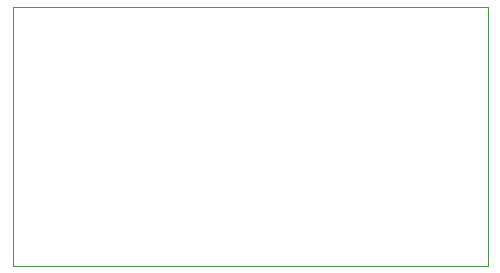
<source format=gko>
G04 #@! TF.FileFunction,Profile,NP*
%FSLAX46Y46*%
G04 Gerber Fmt 4.6, Leading zero omitted, Abs format (unit mm)*
G04 Created by KiCad (PCBNEW (2015-01-29 BZR 5396)-product) date 3/24/2015 7:03:01 PM*
%MOMM*%
G01*
G04 APERTURE LIST*
%ADD10C,0.100000*%
G04 APERTURE END LIST*
D10*
X118425000Y-94935000D02*
X118425000Y-73000000D01*
X78165000Y-94935000D02*
X118425000Y-94935000D01*
X78165000Y-73000000D02*
X78165000Y-94935000D01*
X118425000Y-73000000D02*
X78165000Y-73000000D01*
M02*

</source>
